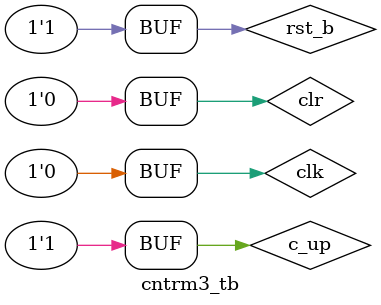
<source format=v>
module cntrm3(
  input clk,rst_b,clr,c_up,
  output dclk
);
  localparam S0=2, S1=0, S2=1;
  reg [2:0] st;
  wire [2:0] st_nxt;
  assign st_nxt[S0]=  (st[S0] & (clr | (~c_up))) |
                      (st[S1] & clr) |
                      (st[S2] & (clr | c_up));
  assign st_nxt[S1]=  (st[S0] & (~clr) & c_up) |
                      (st[S1] & (~clr) & (~c_up));
  assign st_nxt[S2]=  (st[S1] & (~clr) & c_up) |
                      (st[S2] & (~clr) & (~c_up));
  assign dclk = st[S0];
  always @ (posedge clk, negedge rst_b)
    if (rst_b == 0) begin
      st<=0;
      st[S0]<=1;
    end else
      st<=st_nxt;
endmodule

module cntrm3_tb;
  reg clk,rst_b,clr,c_up;
  wire dclk;
  cntrm3 inst(.clk(clk),.rst_b(rst_b),.clr(clr),
      .c_up(c_up),.dclk(dclk));
  localparam CLK_PERIOD=100, RUNNING_CYCLES=17, RST_DURATION=25;
  initial begin
    clk=0;
    repeat (2*RUNNING_CYCLES) #(CLK_PERIOD/2) clk=~clk;
  end
  initial begin
    rst_b=0;
    #RST_DURATION rst_b=1;
  end
  initial begin
    {clr,c_up} = 2'b01;
    #(4*CLK_PERIOD) {clr,c_up} = 2'b11;
    #(1*CLK_PERIOD) {clr,c_up} = 2'b00;
    #(1*CLK_PERIOD) {clr,c_up} = 2'b01;
    #(4*CLK_PERIOD) {clr,c_up} = 2'b00;
    #(1*CLK_PERIOD) {clr,c_up} = 2'b01;
  end
endmodule
</source>
